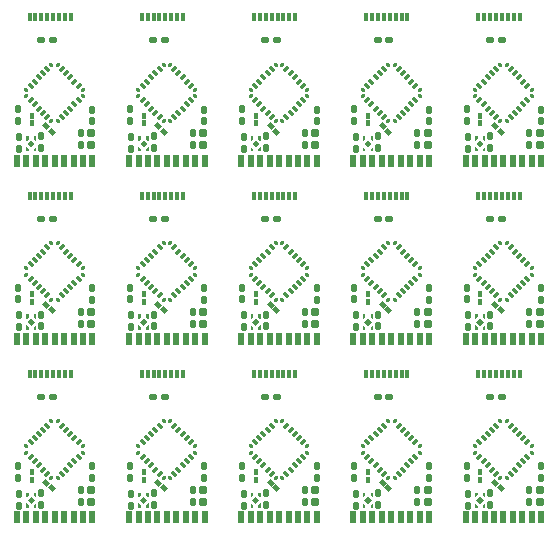
<source format=gtp>
G04*
G04 #@! TF.GenerationSoftware,Altium Limited,Altium Designer,21.5.1 (32)*
G04*
G04 Layer_Color=8421504*
%FSLAX25Y25*%
%MOIN*%
G70*
G04*
G04 #@! TF.SameCoordinates,56779449-03F1-48BB-9336-A885ABDA861C*
G04*
G04*
G04 #@! TF.FilePolarity,Positive*
G04*
G01*
G75*
%ADD16R,0.01654X0.01890*%
%ADD17R,0.01181X0.03150*%
G04:AMPARAMS|DCode=18|XSize=19.68mil|YSize=23.62mil|CornerRadius=1.97mil|HoleSize=0mil|Usage=FLASHONLY|Rotation=270.000|XOffset=0mil|YOffset=0mil|HoleType=Round|Shape=RoundedRectangle|*
%AMROUNDEDRECTD18*
21,1,0.01968,0.01968,0,0,270.0*
21,1,0.01575,0.02362,0,0,270.0*
1,1,0.00394,-0.00984,-0.00787*
1,1,0.00394,-0.00984,0.00787*
1,1,0.00394,0.00984,0.00787*
1,1,0.00394,0.00984,-0.00787*
%
%ADD18ROUNDEDRECTD18*%
G04:AMPARAMS|DCode=19|XSize=19.68mil|YSize=23.62mil|CornerRadius=1.97mil|HoleSize=0mil|Usage=FLASHONLY|Rotation=0.000|XOffset=0mil|YOffset=0mil|HoleType=Round|Shape=RoundedRectangle|*
%AMROUNDEDRECTD19*
21,1,0.01968,0.01968,0,0,0.0*
21,1,0.01575,0.02362,0,0,0.0*
1,1,0.00394,0.00787,-0.00984*
1,1,0.00394,-0.00787,-0.00984*
1,1,0.00394,-0.00787,0.00984*
1,1,0.00394,0.00787,0.00984*
%
%ADD19ROUNDEDRECTD19*%
G04:AMPARAMS|DCode=20|XSize=23.62mil|YSize=23.62mil|CornerRadius=2.36mil|HoleSize=0mil|Usage=FLASHONLY|Rotation=0.000|XOffset=0mil|YOffset=0mil|HoleType=Round|Shape=RoundedRectangle|*
%AMROUNDEDRECTD20*
21,1,0.02362,0.01890,0,0,0.0*
21,1,0.01890,0.02362,0,0,0.0*
1,1,0.00472,0.00945,-0.00945*
1,1,0.00472,-0.00945,-0.00945*
1,1,0.00472,-0.00945,0.00945*
1,1,0.00472,0.00945,0.00945*
%
%ADD20ROUNDEDRECTD20*%
%ADD21R,0.00787X0.00787*%
%ADD22R,0.00394X0.00394*%
G04:AMPARAMS|DCode=23|XSize=16.54mil|YSize=18.9mil|CornerRadius=0mil|HoleSize=0mil|Usage=FLASHONLY|Rotation=225.000|XOffset=0mil|YOffset=0mil|HoleType=Round|Shape=Rectangle|*
%AMROTATEDRECTD23*
4,1,4,-0.00084,0.01253,0.01253,-0.00084,0.00084,-0.01253,-0.01253,0.00084,-0.00084,0.01253,0.0*
%
%ADD23ROTATEDRECTD23*%

G04:AMPARAMS|DCode=24|XSize=11.81mil|YSize=21.65mil|CornerRadius=2.95mil|HoleSize=0mil|Usage=FLASHONLY|Rotation=135.000|XOffset=0mil|YOffset=0mil|HoleType=Round|Shape=RoundedRectangle|*
%AMROUNDEDRECTD24*
21,1,0.01181,0.01575,0,0,135.0*
21,1,0.00591,0.02165,0,0,135.0*
1,1,0.00591,0.00348,0.00766*
1,1,0.00591,0.00766,0.00348*
1,1,0.00591,-0.00348,-0.00766*
1,1,0.00591,-0.00766,-0.00348*
%
%ADD24ROUNDEDRECTD24*%
G04:AMPARAMS|DCode=25|XSize=11.81mil|YSize=19.68mil|CornerRadius=0mil|HoleSize=0mil|Usage=FLASHONLY|Rotation=135.000|XOffset=0mil|YOffset=0mil|HoleType=Round|Shape=Round|*
%AMOVALD25*
21,1,0.00787,0.01181,0.00000,0.00000,225.0*
1,1,0.01181,0.00278,0.00278*
1,1,0.01181,-0.00278,-0.00278*
%
%ADD25OVALD25*%

G04:AMPARAMS|DCode=26|XSize=11.81mil|YSize=19.68mil|CornerRadius=0mil|HoleSize=0mil|Usage=FLASHONLY|Rotation=45.000|XOffset=0mil|YOffset=0mil|HoleType=Round|Shape=Round|*
%AMOVALD26*
21,1,0.00787,0.01181,0.00000,0.00000,135.0*
1,1,0.01181,0.00278,-0.00278*
1,1,0.01181,-0.00278,0.00278*
%
%ADD26OVALD26*%

G04:AMPARAMS|DCode=27|XSize=11.81mil|YSize=21.65mil|CornerRadius=2.95mil|HoleSize=0mil|Usage=FLASHONLY|Rotation=45.000|XOffset=0mil|YOffset=0mil|HoleType=Round|Shape=RoundedRectangle|*
%AMROUNDEDRECTD27*
21,1,0.01181,0.01575,0,0,45.0*
21,1,0.00591,0.02165,0,0,45.0*
1,1,0.00591,0.00766,-0.00348*
1,1,0.00591,0.00348,-0.00766*
1,1,0.00591,-0.00766,0.00348*
1,1,0.00591,-0.00348,0.00766*
%
%ADD27ROUNDEDRECTD27*%
%ADD28R,0.02362X0.03937*%
G36*
X167146Y141260D02*
X167028D01*
X166319Y141969D01*
Y142835D01*
X167146D01*
Y141260D01*
D02*
G37*
G36*
X164587Y141969D02*
X163878Y141260D01*
X163760D01*
Y142835D01*
X164587D01*
Y141969D01*
D02*
G37*
G36*
X129744Y141260D02*
X129626D01*
X128917Y141969D01*
Y142835D01*
X129744D01*
Y141260D01*
D02*
G37*
G36*
X127185Y141969D02*
X126476Y141260D01*
X126358D01*
Y142835D01*
X127185D01*
Y141969D01*
D02*
G37*
G36*
X92343Y141260D02*
X92224D01*
X91516Y141969D01*
Y142835D01*
X92343D01*
Y141260D01*
D02*
G37*
G36*
X89784Y141969D02*
X89075Y141260D01*
X88957D01*
Y142835D01*
X89784D01*
Y141969D01*
D02*
G37*
G36*
X54941Y141260D02*
X54823D01*
X54114Y141969D01*
Y142835D01*
X54941D01*
Y141260D01*
D02*
G37*
G36*
X52382Y141969D02*
X51673Y141260D01*
X51555D01*
Y142835D01*
X52382D01*
Y141969D01*
D02*
G37*
G36*
X17539Y141260D02*
X17421D01*
X16713Y141969D01*
Y142835D01*
X17539D01*
Y141260D01*
D02*
G37*
G36*
X14980Y141969D02*
X14272Y141260D01*
X14154D01*
Y142835D01*
X14980D01*
Y141969D01*
D02*
G37*
G36*
X166706Y140276D02*
X165453Y139023D01*
X164200Y140276D01*
X165453Y141528D01*
X166706Y140276D01*
D02*
G37*
G36*
X129304D02*
X128051Y139023D01*
X126798Y140276D01*
X128051Y141528D01*
X129304Y140276D01*
D02*
G37*
G36*
X91902D02*
X90650Y139023D01*
X89397Y140276D01*
X90650Y141528D01*
X91902Y140276D01*
D02*
G37*
G36*
X54501D02*
X53248Y139023D01*
X51995Y140276D01*
X53248Y141528D01*
X54501Y140276D01*
D02*
G37*
G36*
X17099D02*
X15846Y139023D01*
X14594Y140276D01*
X15846Y141528D01*
X17099Y140276D01*
D02*
G37*
G36*
X167146Y137716D02*
X166319D01*
Y138583D01*
X167028Y139291D01*
X167146D01*
Y137716D01*
D02*
G37*
G36*
X164587Y138583D02*
Y137716D01*
X163760D01*
Y139291D01*
X163878D01*
X164587Y138583D01*
D02*
G37*
G36*
X129744Y137716D02*
X128917D01*
Y138583D01*
X129626Y139291D01*
X129744D01*
Y137716D01*
D02*
G37*
G36*
X127185Y138583D02*
Y137716D01*
X126358D01*
Y139291D01*
X126476D01*
X127185Y138583D01*
D02*
G37*
G36*
X92343Y137716D02*
X91516D01*
Y138583D01*
X92224Y139291D01*
X92343D01*
Y137716D01*
D02*
G37*
G36*
X89784Y138583D02*
Y137716D01*
X88957D01*
Y139291D01*
X89075D01*
X89784Y138583D01*
D02*
G37*
G36*
X54941Y137716D02*
X54114D01*
Y138583D01*
X54823Y139291D01*
X54941D01*
Y137716D01*
D02*
G37*
G36*
X52382Y138583D02*
Y137716D01*
X51555D01*
Y139291D01*
X51673D01*
X52382Y138583D01*
D02*
G37*
G36*
X17539Y137716D02*
X16713D01*
Y138583D01*
X17421Y139291D01*
X17539D01*
Y137716D01*
D02*
G37*
G36*
X14980Y138583D02*
Y137716D01*
X14154D01*
Y139291D01*
X14272D01*
X14980Y138583D01*
D02*
G37*
G36*
X167146Y81811D02*
X167028D01*
X166319Y82520D01*
Y83386D01*
X167146D01*
Y81811D01*
D02*
G37*
G36*
X164587Y82520D02*
X163878Y81811D01*
X163760D01*
Y83386D01*
X164587D01*
Y82520D01*
D02*
G37*
G36*
X129744Y81811D02*
X129626D01*
X128917Y82520D01*
Y83386D01*
X129744D01*
Y81811D01*
D02*
G37*
G36*
X127185Y82520D02*
X126476Y81811D01*
X126358D01*
Y83386D01*
X127185D01*
Y82520D01*
D02*
G37*
G36*
X92343Y81811D02*
X92224D01*
X91516Y82520D01*
Y83386D01*
X92343D01*
Y81811D01*
D02*
G37*
G36*
X89784Y82520D02*
X89075Y81811D01*
X88957D01*
Y83386D01*
X89784D01*
Y82520D01*
D02*
G37*
G36*
X54941Y81811D02*
X54823D01*
X54114Y82520D01*
Y83386D01*
X54941D01*
Y81811D01*
D02*
G37*
G36*
X52382Y82520D02*
X51673Y81811D01*
X51555D01*
Y83386D01*
X52382D01*
Y82520D01*
D02*
G37*
G36*
X17539Y81811D02*
X17421D01*
X16713Y82520D01*
Y83386D01*
X17539D01*
Y81811D01*
D02*
G37*
G36*
X14980Y82520D02*
X14272Y81811D01*
X14154D01*
Y83386D01*
X14980D01*
Y82520D01*
D02*
G37*
G36*
X166706Y80827D02*
X165453Y79574D01*
X164200Y80827D01*
X165453Y82079D01*
X166706Y80827D01*
D02*
G37*
G36*
X129304D02*
X128051Y79574D01*
X126798Y80827D01*
X128051Y82079D01*
X129304Y80827D01*
D02*
G37*
G36*
X91902D02*
X90650Y79574D01*
X89397Y80827D01*
X90650Y82079D01*
X91902Y80827D01*
D02*
G37*
G36*
X54501D02*
X53248Y79574D01*
X51995Y80827D01*
X53248Y82079D01*
X54501Y80827D01*
D02*
G37*
G36*
X17099D02*
X15846Y79574D01*
X14594Y80827D01*
X15846Y82079D01*
X17099Y80827D01*
D02*
G37*
G36*
X167146Y78268D02*
X166319D01*
Y79134D01*
X167028Y79843D01*
X167146D01*
Y78268D01*
D02*
G37*
G36*
X164587Y79134D02*
Y78268D01*
X163760D01*
Y79843D01*
X163878D01*
X164587Y79134D01*
D02*
G37*
G36*
X129744Y78268D02*
X128917D01*
Y79134D01*
X129626Y79843D01*
X129744D01*
Y78268D01*
D02*
G37*
G36*
X127185Y79134D02*
Y78268D01*
X126358D01*
Y79843D01*
X126476D01*
X127185Y79134D01*
D02*
G37*
G36*
X92343Y78268D02*
X91516D01*
Y79134D01*
X92224Y79843D01*
X92343D01*
Y78268D01*
D02*
G37*
G36*
X89784Y79134D02*
Y78268D01*
X88957D01*
Y79843D01*
X89075D01*
X89784Y79134D01*
D02*
G37*
G36*
X54941Y78268D02*
X54114D01*
Y79134D01*
X54823Y79843D01*
X54941D01*
Y78268D01*
D02*
G37*
G36*
X52382Y79134D02*
Y78268D01*
X51555D01*
Y79843D01*
X51673D01*
X52382Y79134D01*
D02*
G37*
G36*
X17539Y78268D02*
X16713D01*
Y79134D01*
X17421Y79843D01*
X17539D01*
Y78268D01*
D02*
G37*
G36*
X14980Y79134D02*
Y78268D01*
X14154D01*
Y79843D01*
X14272D01*
X14980Y79134D01*
D02*
G37*
G36*
X167146Y22362D02*
X167028D01*
X166319Y23071D01*
Y23937D01*
X167146D01*
Y22362D01*
D02*
G37*
G36*
X164587Y23071D02*
X163878Y22362D01*
X163760D01*
Y23937D01*
X164587D01*
Y23071D01*
D02*
G37*
G36*
X129744Y22362D02*
X129626D01*
X128917Y23071D01*
Y23937D01*
X129744D01*
Y22362D01*
D02*
G37*
G36*
X127185Y23071D02*
X126476Y22362D01*
X126358D01*
Y23937D01*
X127185D01*
Y23071D01*
D02*
G37*
G36*
X92343Y22362D02*
X92224D01*
X91516Y23071D01*
Y23937D01*
X92343D01*
Y22362D01*
D02*
G37*
G36*
X89784Y23071D02*
X89075Y22362D01*
X88957D01*
Y23937D01*
X89784D01*
Y23071D01*
D02*
G37*
G36*
X54941Y22362D02*
X54823D01*
X54114Y23071D01*
Y23937D01*
X54941D01*
Y22362D01*
D02*
G37*
G36*
X52382Y23071D02*
X51673Y22362D01*
X51555D01*
Y23937D01*
X52382D01*
Y23071D01*
D02*
G37*
G36*
X17539Y22362D02*
X17421D01*
X16713Y23071D01*
Y23937D01*
X17539D01*
Y22362D01*
D02*
G37*
G36*
X14980Y23071D02*
X14272Y22362D01*
X14154D01*
Y23937D01*
X14980D01*
Y23071D01*
D02*
G37*
G36*
X166706Y21378D02*
X165453Y20125D01*
X164200Y21378D01*
X165453Y22631D01*
X166706Y21378D01*
D02*
G37*
G36*
X129304D02*
X128051Y20125D01*
X126798Y21378D01*
X128051Y22631D01*
X129304Y21378D01*
D02*
G37*
G36*
X91902D02*
X90650Y20125D01*
X89397Y21378D01*
X90650Y22631D01*
X91902Y21378D01*
D02*
G37*
G36*
X54501D02*
X53248Y20125D01*
X51995Y21378D01*
X53248Y22631D01*
X54501Y21378D01*
D02*
G37*
G36*
X17099D02*
X15846Y20125D01*
X14594Y21378D01*
X15846Y22631D01*
X17099Y21378D01*
D02*
G37*
G36*
X167146Y18819D02*
X166319D01*
Y19685D01*
X167028Y20394D01*
X167146D01*
Y18819D01*
D02*
G37*
G36*
X164587Y19685D02*
Y18819D01*
X163760D01*
Y20394D01*
X163878D01*
X164587Y19685D01*
D02*
G37*
G36*
X129744Y18819D02*
X128917D01*
Y19685D01*
X129626Y20394D01*
X129744D01*
Y18819D01*
D02*
G37*
G36*
X127185Y19685D02*
Y18819D01*
X126358D01*
Y20394D01*
X126476D01*
X127185Y19685D01*
D02*
G37*
G36*
X92343Y18819D02*
X91516D01*
Y19685D01*
X92224Y20394D01*
X92343D01*
Y18819D01*
D02*
G37*
G36*
X89784Y19685D02*
Y18819D01*
X88957D01*
Y20394D01*
X89075D01*
X89784Y19685D01*
D02*
G37*
G36*
X54941Y18819D02*
X54114D01*
Y19685D01*
X54823Y20394D01*
X54941D01*
Y18819D01*
D02*
G37*
G36*
X52382Y19685D02*
Y18819D01*
X51555D01*
Y20394D01*
X51673D01*
X52382Y19685D01*
D02*
G37*
G36*
X17539Y18819D02*
X16713D01*
Y19685D01*
X17421Y20394D01*
X17539D01*
Y18819D01*
D02*
G37*
G36*
X14980Y19685D02*
Y18819D01*
X14154D01*
Y20394D01*
X14272D01*
X14980Y19685D01*
D02*
G37*
D16*
X15945Y28130D02*
D03*
Y30728D02*
D03*
X53347Y28130D02*
D03*
Y30728D02*
D03*
X90748Y28130D02*
D03*
Y30728D02*
D03*
X128150Y28130D02*
D03*
Y30728D02*
D03*
X165551Y28130D02*
D03*
Y30728D02*
D03*
X15945Y87579D02*
D03*
Y90177D02*
D03*
X53347Y87579D02*
D03*
Y90177D02*
D03*
X90748Y87579D02*
D03*
Y90177D02*
D03*
X128150Y87579D02*
D03*
Y90177D02*
D03*
X165551Y87579D02*
D03*
Y90177D02*
D03*
X15945Y147028D02*
D03*
Y149626D02*
D03*
X53347Y147028D02*
D03*
Y149626D02*
D03*
X90748Y147028D02*
D03*
Y149626D02*
D03*
X128150Y147028D02*
D03*
Y149626D02*
D03*
X165551Y147028D02*
D03*
Y149626D02*
D03*
D17*
X15256Y63484D02*
D03*
X17224D02*
D03*
X19193D02*
D03*
X21161D02*
D03*
X23130D02*
D03*
X25098D02*
D03*
X27067D02*
D03*
X29035D02*
D03*
X52657D02*
D03*
X54626D02*
D03*
X56594D02*
D03*
X58563D02*
D03*
X60531D02*
D03*
X62500D02*
D03*
X64468D02*
D03*
X66437D02*
D03*
X90059D02*
D03*
X92027D02*
D03*
X93996D02*
D03*
X95964D02*
D03*
X97933D02*
D03*
X99901D02*
D03*
X101870D02*
D03*
X103839D02*
D03*
X127461D02*
D03*
X129429D02*
D03*
X131398D02*
D03*
X133366D02*
D03*
X135335D02*
D03*
X137303D02*
D03*
X139272D02*
D03*
X141240D02*
D03*
X164862D02*
D03*
X166831D02*
D03*
X168799D02*
D03*
X170768D02*
D03*
X172736D02*
D03*
X174705D02*
D03*
X176673D02*
D03*
X178642D02*
D03*
X15256Y122933D02*
D03*
X17224D02*
D03*
X19193D02*
D03*
X21161D02*
D03*
X23130D02*
D03*
X25098D02*
D03*
X27067D02*
D03*
X29035D02*
D03*
X52657D02*
D03*
X54626D02*
D03*
X56594D02*
D03*
X58563D02*
D03*
X60531D02*
D03*
X62500D02*
D03*
X64468D02*
D03*
X66437D02*
D03*
X90059D02*
D03*
X92027D02*
D03*
X93996D02*
D03*
X95964D02*
D03*
X97933D02*
D03*
X99901D02*
D03*
X101870D02*
D03*
X103839D02*
D03*
X127461D02*
D03*
X129429D02*
D03*
X131398D02*
D03*
X133366D02*
D03*
X135335D02*
D03*
X137303D02*
D03*
X139272D02*
D03*
X141240D02*
D03*
X164862D02*
D03*
X166831D02*
D03*
X168799D02*
D03*
X170768D02*
D03*
X172736D02*
D03*
X174705D02*
D03*
X176673D02*
D03*
X178642D02*
D03*
X15256Y182382D02*
D03*
X17224D02*
D03*
X19193D02*
D03*
X21161D02*
D03*
X23130D02*
D03*
X25098D02*
D03*
X27067D02*
D03*
X29035D02*
D03*
X52657D02*
D03*
X54626D02*
D03*
X56594D02*
D03*
X58563D02*
D03*
X60531D02*
D03*
X62500D02*
D03*
X64468D02*
D03*
X66437D02*
D03*
X90059D02*
D03*
X92027D02*
D03*
X93996D02*
D03*
X95964D02*
D03*
X97933D02*
D03*
X99901D02*
D03*
X101870D02*
D03*
X103839D02*
D03*
X127461D02*
D03*
X129429D02*
D03*
X131398D02*
D03*
X133366D02*
D03*
X135335D02*
D03*
X137303D02*
D03*
X139272D02*
D03*
X141240D02*
D03*
X164862D02*
D03*
X166831D02*
D03*
X168799D02*
D03*
X170768D02*
D03*
X172736D02*
D03*
X174705D02*
D03*
X176673D02*
D03*
X178642D02*
D03*
D18*
X19094Y55807D02*
D03*
X23031D02*
D03*
X56496D02*
D03*
X60433D02*
D03*
X93898D02*
D03*
X97835D02*
D03*
X131299D02*
D03*
X135236D02*
D03*
X168701D02*
D03*
X172638D02*
D03*
X19094Y115256D02*
D03*
X23031D02*
D03*
X56496D02*
D03*
X60433D02*
D03*
X93898D02*
D03*
X97835D02*
D03*
X131299D02*
D03*
X135236D02*
D03*
X168701D02*
D03*
X172638D02*
D03*
X19094Y174705D02*
D03*
X23031D02*
D03*
X56496D02*
D03*
X60433D02*
D03*
X93898D02*
D03*
X97835D02*
D03*
X131299D02*
D03*
X135236D02*
D03*
X168701D02*
D03*
X172638D02*
D03*
D19*
X32283Y20866D02*
D03*
Y24803D02*
D03*
X19212Y23858D02*
D03*
Y19921D02*
D03*
X11319Y32874D02*
D03*
Y28937D02*
D03*
X36122Y28839D02*
D03*
Y32776D02*
D03*
X11811Y19685D02*
D03*
Y23622D02*
D03*
X69685Y20866D02*
D03*
Y24803D02*
D03*
X56614Y23858D02*
D03*
Y19921D02*
D03*
X48720Y32874D02*
D03*
Y28937D02*
D03*
X73524Y28839D02*
D03*
Y32776D02*
D03*
X49213Y19685D02*
D03*
Y23622D02*
D03*
X107087Y20866D02*
D03*
Y24803D02*
D03*
X94016Y23858D02*
D03*
Y19921D02*
D03*
X86122Y32874D02*
D03*
Y28937D02*
D03*
X110925Y28839D02*
D03*
Y32776D02*
D03*
X86614Y19685D02*
D03*
Y23622D02*
D03*
X144488Y20866D02*
D03*
Y24803D02*
D03*
X131417Y23858D02*
D03*
Y19921D02*
D03*
X123524Y32874D02*
D03*
Y28937D02*
D03*
X148327Y28839D02*
D03*
Y32776D02*
D03*
X124016Y19685D02*
D03*
Y23622D02*
D03*
X181890Y20866D02*
D03*
Y24803D02*
D03*
X168819Y23858D02*
D03*
Y19921D02*
D03*
X160925Y32874D02*
D03*
Y28937D02*
D03*
X185728Y28839D02*
D03*
Y32776D02*
D03*
X161417Y19685D02*
D03*
Y23622D02*
D03*
X32283Y80315D02*
D03*
Y84252D02*
D03*
X19212Y83307D02*
D03*
Y79370D02*
D03*
X11319Y92323D02*
D03*
Y88386D02*
D03*
X36122Y88287D02*
D03*
Y92224D02*
D03*
X11811Y79134D02*
D03*
Y83071D02*
D03*
X69685Y80315D02*
D03*
Y84252D02*
D03*
X56614Y83307D02*
D03*
Y79370D02*
D03*
X48720Y92323D02*
D03*
Y88386D02*
D03*
X73524Y88287D02*
D03*
Y92224D02*
D03*
X49213Y79134D02*
D03*
Y83071D02*
D03*
X107087Y80315D02*
D03*
Y84252D02*
D03*
X94016Y83307D02*
D03*
Y79370D02*
D03*
X86122Y92323D02*
D03*
Y88386D02*
D03*
X110925Y88287D02*
D03*
Y92224D02*
D03*
X86614Y79134D02*
D03*
Y83071D02*
D03*
X144488Y80315D02*
D03*
Y84252D02*
D03*
X131417Y83307D02*
D03*
Y79370D02*
D03*
X123524Y92323D02*
D03*
Y88386D02*
D03*
X148327Y88287D02*
D03*
Y92224D02*
D03*
X124016Y79134D02*
D03*
Y83071D02*
D03*
X181890Y80315D02*
D03*
Y84252D02*
D03*
X168819Y83307D02*
D03*
Y79370D02*
D03*
X160925Y92323D02*
D03*
Y88386D02*
D03*
X185728Y88287D02*
D03*
Y92224D02*
D03*
X161417Y79134D02*
D03*
Y83071D02*
D03*
X32283Y139764D02*
D03*
Y143701D02*
D03*
X19212Y142755D02*
D03*
Y138819D02*
D03*
X11319Y151772D02*
D03*
Y147835D02*
D03*
X36122Y147736D02*
D03*
Y151673D02*
D03*
X11811Y138583D02*
D03*
Y142520D02*
D03*
X69685Y139764D02*
D03*
Y143701D02*
D03*
X56614Y142755D02*
D03*
Y138819D02*
D03*
X48720Y151772D02*
D03*
Y147835D02*
D03*
X73524Y147736D02*
D03*
Y151673D02*
D03*
X49213Y138583D02*
D03*
Y142520D02*
D03*
X107087Y139764D02*
D03*
Y143701D02*
D03*
X94016Y142755D02*
D03*
Y138819D02*
D03*
X86122Y151772D02*
D03*
Y147835D02*
D03*
X110925Y147736D02*
D03*
Y151673D02*
D03*
X86614Y138583D02*
D03*
Y142520D02*
D03*
X144488Y139764D02*
D03*
Y143701D02*
D03*
X131417Y142755D02*
D03*
Y138819D02*
D03*
X123524Y151772D02*
D03*
Y147835D02*
D03*
X148327Y147736D02*
D03*
Y151673D02*
D03*
X124016Y138583D02*
D03*
Y142520D02*
D03*
X181890Y139764D02*
D03*
Y143701D02*
D03*
X168819Y142755D02*
D03*
Y138819D02*
D03*
X160925Y151772D02*
D03*
Y147835D02*
D03*
X185728Y147736D02*
D03*
Y151673D02*
D03*
X161417Y138583D02*
D03*
Y142520D02*
D03*
D20*
X35728Y24803D02*
D03*
Y20866D02*
D03*
X73130Y24803D02*
D03*
Y20866D02*
D03*
X110531Y24803D02*
D03*
Y20866D02*
D03*
X147933Y24803D02*
D03*
Y20866D02*
D03*
X185335Y24803D02*
D03*
Y20866D02*
D03*
X35728Y84252D02*
D03*
Y80315D02*
D03*
X73130Y84252D02*
D03*
Y80315D02*
D03*
X110531Y84252D02*
D03*
Y80315D02*
D03*
X147933Y84252D02*
D03*
Y80315D02*
D03*
X185335Y84252D02*
D03*
Y80315D02*
D03*
X35728Y143701D02*
D03*
Y139764D02*
D03*
X73130Y143701D02*
D03*
Y139764D02*
D03*
X110531Y143701D02*
D03*
Y139764D02*
D03*
X147933Y143701D02*
D03*
Y139764D02*
D03*
X185335Y143701D02*
D03*
Y139764D02*
D03*
D21*
X15846Y21378D02*
D03*
X53248D02*
D03*
X90650D02*
D03*
X128051D02*
D03*
X165453D02*
D03*
X15846Y80827D02*
D03*
X53248D02*
D03*
X90650D02*
D03*
X128051D02*
D03*
X165453D02*
D03*
X15846Y140276D02*
D03*
X53248D02*
D03*
X90650D02*
D03*
X128051D02*
D03*
X165453D02*
D03*
D22*
X17126Y19685D02*
D03*
X14567D02*
D03*
Y23071D02*
D03*
X17126D02*
D03*
X54528Y19685D02*
D03*
X51968D02*
D03*
Y23071D02*
D03*
X54528D02*
D03*
X91929Y19685D02*
D03*
X89370D02*
D03*
Y23071D02*
D03*
X91929D02*
D03*
X129331Y19685D02*
D03*
X126772D02*
D03*
Y23071D02*
D03*
X129331D02*
D03*
X166732Y19685D02*
D03*
X164173D02*
D03*
Y23071D02*
D03*
X166732D02*
D03*
X17126Y79134D02*
D03*
X14567D02*
D03*
Y82520D02*
D03*
X17126D02*
D03*
X54528Y79134D02*
D03*
X51968D02*
D03*
Y82520D02*
D03*
X54528D02*
D03*
X91929Y79134D02*
D03*
X89370D02*
D03*
Y82520D02*
D03*
X91929D02*
D03*
X129331Y79134D02*
D03*
X126772D02*
D03*
Y82520D02*
D03*
X129331D02*
D03*
X166732Y79134D02*
D03*
X164173D02*
D03*
Y82520D02*
D03*
X166732D02*
D03*
X17126Y138583D02*
D03*
X14567D02*
D03*
Y141969D02*
D03*
X17126D02*
D03*
X54528Y138583D02*
D03*
X51968D02*
D03*
Y141969D02*
D03*
X54528D02*
D03*
X91929Y138583D02*
D03*
X89370D02*
D03*
Y141969D02*
D03*
X91929D02*
D03*
X129331Y138583D02*
D03*
X126772D02*
D03*
Y141969D02*
D03*
X129331D02*
D03*
X166732Y138583D02*
D03*
X164173D02*
D03*
Y141969D02*
D03*
X166732D02*
D03*
D23*
X20833Y27198D02*
D03*
X22671Y25361D02*
D03*
X58235Y27198D02*
D03*
X60072Y25361D02*
D03*
X95636Y27198D02*
D03*
X97474Y25361D02*
D03*
X133038Y27198D02*
D03*
X134875Y25361D02*
D03*
X170440Y27198D02*
D03*
X172277Y25361D02*
D03*
X20833Y86647D02*
D03*
X22671Y84810D02*
D03*
X58235Y86647D02*
D03*
X60072Y84810D02*
D03*
X95636Y86647D02*
D03*
X97474Y84810D02*
D03*
X133038Y86647D02*
D03*
X134875Y84810D02*
D03*
X170440Y86647D02*
D03*
X172277Y84810D02*
D03*
X20833Y146096D02*
D03*
X22671Y144258D02*
D03*
X58235Y146096D02*
D03*
X60072Y144258D02*
D03*
X95636Y146096D02*
D03*
X97474Y144258D02*
D03*
X133038Y146096D02*
D03*
X134875Y144258D02*
D03*
X170440Y146096D02*
D03*
X172277Y144258D02*
D03*
D24*
X30234Y42115D02*
D03*
X31626Y40723D02*
D03*
X27450Y44899D02*
D03*
X28842Y43507D02*
D03*
X26058Y46291D02*
D03*
X21186Y30284D02*
D03*
X19794Y31676D02*
D03*
X15618Y35851D02*
D03*
X17010Y34460D02*
D03*
X18402Y33068D02*
D03*
X67635Y42115D02*
D03*
X69027Y40723D02*
D03*
X64851Y44899D02*
D03*
X66243Y43507D02*
D03*
X63459Y46291D02*
D03*
X58588Y30284D02*
D03*
X57196Y31676D02*
D03*
X53020Y35851D02*
D03*
X54412Y34460D02*
D03*
X55804Y33068D02*
D03*
X105037Y42115D02*
D03*
X106429Y40723D02*
D03*
X102253Y44899D02*
D03*
X103645Y43507D02*
D03*
X100861Y46291D02*
D03*
X95989Y30284D02*
D03*
X94597Y31676D02*
D03*
X90421Y35851D02*
D03*
X91813Y34460D02*
D03*
X93205Y33068D02*
D03*
X142438Y42115D02*
D03*
X143831Y40723D02*
D03*
X139655Y44899D02*
D03*
X141047Y43507D02*
D03*
X138263Y46291D02*
D03*
X133391Y30284D02*
D03*
X131999Y31676D02*
D03*
X127823Y35851D02*
D03*
X129215Y34460D02*
D03*
X130607Y33068D02*
D03*
X179840Y42115D02*
D03*
X181232Y40723D02*
D03*
X177056Y44899D02*
D03*
X178448Y43507D02*
D03*
X175664Y46291D02*
D03*
X170792Y30284D02*
D03*
X169401Y31676D02*
D03*
X165225Y35851D02*
D03*
X166617Y34460D02*
D03*
X168009Y33068D02*
D03*
X30234Y101564D02*
D03*
X31626Y100172D02*
D03*
X27450Y104348D02*
D03*
X28842Y102956D02*
D03*
X26058Y105740D02*
D03*
X21186Y89732D02*
D03*
X19794Y91124D02*
D03*
X15618Y95300D02*
D03*
X17010Y93908D02*
D03*
X18402Y92516D02*
D03*
X67635Y101564D02*
D03*
X69027Y100172D02*
D03*
X64851Y104348D02*
D03*
X66243Y102956D02*
D03*
X63459Y105740D02*
D03*
X58588Y89732D02*
D03*
X57196Y91124D02*
D03*
X53020Y95300D02*
D03*
X54412Y93908D02*
D03*
X55804Y92516D02*
D03*
X105037Y101564D02*
D03*
X106429Y100172D02*
D03*
X102253Y104348D02*
D03*
X103645Y102956D02*
D03*
X100861Y105740D02*
D03*
X95989Y89732D02*
D03*
X94597Y91124D02*
D03*
X90421Y95300D02*
D03*
X91813Y93908D02*
D03*
X93205Y92516D02*
D03*
X142438Y101564D02*
D03*
X143831Y100172D02*
D03*
X139655Y104348D02*
D03*
X141047Y102956D02*
D03*
X138263Y105740D02*
D03*
X133391Y89732D02*
D03*
X131999Y91124D02*
D03*
X127823Y95300D02*
D03*
X129215Y93908D02*
D03*
X130607Y92516D02*
D03*
X179840Y101564D02*
D03*
X181232Y100172D02*
D03*
X177056Y104348D02*
D03*
X178448Y102956D02*
D03*
X175664Y105740D02*
D03*
X170792Y89732D02*
D03*
X169401Y91124D02*
D03*
X165225Y95300D02*
D03*
X166617Y93908D02*
D03*
X168009Y92516D02*
D03*
X30234Y161013D02*
D03*
X31626Y159621D02*
D03*
X27450Y163797D02*
D03*
X28842Y162405D02*
D03*
X26058Y165189D02*
D03*
X21186Y149181D02*
D03*
X19794Y150573D02*
D03*
X15618Y154749D02*
D03*
X17010Y153357D02*
D03*
X18402Y151965D02*
D03*
X67635Y161013D02*
D03*
X69027Y159621D02*
D03*
X64851Y163797D02*
D03*
X66243Y162405D02*
D03*
X63459Y165189D02*
D03*
X58588Y149181D02*
D03*
X57196Y150573D02*
D03*
X53020Y154749D02*
D03*
X54412Y153357D02*
D03*
X55804Y151965D02*
D03*
X105037Y161013D02*
D03*
X106429Y159621D02*
D03*
X102253Y163797D02*
D03*
X103645Y162405D02*
D03*
X100861Y165189D02*
D03*
X95989Y149181D02*
D03*
X94597Y150573D02*
D03*
X90421Y154749D02*
D03*
X91813Y153357D02*
D03*
X93205Y151965D02*
D03*
X142438Y161013D02*
D03*
X143831Y159621D02*
D03*
X139655Y163797D02*
D03*
X141047Y162405D02*
D03*
X138263Y165189D02*
D03*
X133391Y149181D02*
D03*
X131999Y150573D02*
D03*
X127823Y154749D02*
D03*
X129215Y153357D02*
D03*
X130607Y151965D02*
D03*
X179840Y161013D02*
D03*
X181232Y159621D02*
D03*
X177056Y163797D02*
D03*
X178448Y162405D02*
D03*
X175664Y165189D02*
D03*
X170792Y149181D02*
D03*
X169401Y150573D02*
D03*
X165225Y154749D02*
D03*
X166617Y153357D02*
D03*
X168009Y151965D02*
D03*
D25*
X33087Y39401D02*
D03*
X24736Y47753D02*
D03*
X22509Y28822D02*
D03*
X14157Y37174D02*
D03*
X70489Y39401D02*
D03*
X62137Y47753D02*
D03*
X59910Y28822D02*
D03*
X51558Y37174D02*
D03*
X107890Y39401D02*
D03*
X99539Y47753D02*
D03*
X97312Y28822D02*
D03*
X88960Y37174D02*
D03*
X145292Y39401D02*
D03*
X136940Y47753D02*
D03*
X134713Y28822D02*
D03*
X126362Y37174D02*
D03*
X182694Y39401D02*
D03*
X174342Y47753D02*
D03*
X172115Y28822D02*
D03*
X163763Y37174D02*
D03*
X33087Y98850D02*
D03*
X24736Y107201D02*
D03*
X22509Y88271D02*
D03*
X14157Y96623D02*
D03*
X70489Y98850D02*
D03*
X62137Y107201D02*
D03*
X59910Y88271D02*
D03*
X51558Y96623D02*
D03*
X107890Y98850D02*
D03*
X99539Y107201D02*
D03*
X97312Y88271D02*
D03*
X88960Y96623D02*
D03*
X145292Y98850D02*
D03*
X136940Y107201D02*
D03*
X134713Y88271D02*
D03*
X126362Y96623D02*
D03*
X182694Y98850D02*
D03*
X174342Y107201D02*
D03*
X172115Y88271D02*
D03*
X163763Y96623D02*
D03*
X33087Y158299D02*
D03*
X24736Y166650D02*
D03*
X22509Y147720D02*
D03*
X14157Y156071D02*
D03*
X70489Y158299D02*
D03*
X62137Y166650D02*
D03*
X59910Y147720D02*
D03*
X51558Y156071D02*
D03*
X107890Y158299D02*
D03*
X99539Y166650D02*
D03*
X97312Y147720D02*
D03*
X88960Y156071D02*
D03*
X145292Y158299D02*
D03*
X136940Y166650D02*
D03*
X134713Y147720D02*
D03*
X126362Y156071D02*
D03*
X182694Y158299D02*
D03*
X174342Y166650D02*
D03*
X172115Y147720D02*
D03*
X163763Y156071D02*
D03*
D26*
X33087Y37174D02*
D03*
X24736Y28822D02*
D03*
X22509Y47753D02*
D03*
X14157Y39401D02*
D03*
X70489Y37174D02*
D03*
X62137Y28822D02*
D03*
X59910Y47753D02*
D03*
X51558Y39401D02*
D03*
X107890Y37174D02*
D03*
X99539Y28822D02*
D03*
X97312Y47753D02*
D03*
X88960Y39401D02*
D03*
X145292Y37174D02*
D03*
X136940Y28822D02*
D03*
X134713Y47753D02*
D03*
X126362Y39401D02*
D03*
X182694Y37174D02*
D03*
X174342Y28822D02*
D03*
X172115Y47753D02*
D03*
X163763Y39401D02*
D03*
X33087Y96623D02*
D03*
X24736Y88271D02*
D03*
X22509Y107201D02*
D03*
X14157Y98850D02*
D03*
X70489Y96623D02*
D03*
X62137Y88271D02*
D03*
X59910Y107201D02*
D03*
X51558Y98850D02*
D03*
X107890Y96623D02*
D03*
X99539Y88271D02*
D03*
X97312Y107201D02*
D03*
X88960Y98850D02*
D03*
X145292Y96623D02*
D03*
X136940Y88271D02*
D03*
X134713Y107201D02*
D03*
X126362Y98850D02*
D03*
X182694Y96623D02*
D03*
X174342Y88271D02*
D03*
X172115Y107201D02*
D03*
X163763Y98850D02*
D03*
X33087Y156071D02*
D03*
X24736Y147720D02*
D03*
X22509Y166650D02*
D03*
X14157Y158299D02*
D03*
X70489Y156071D02*
D03*
X62137Y147720D02*
D03*
X59910Y166650D02*
D03*
X51558Y158299D02*
D03*
X107890Y156071D02*
D03*
X99539Y147720D02*
D03*
X97312Y166650D02*
D03*
X88960Y158299D02*
D03*
X145292Y156071D02*
D03*
X136940Y147720D02*
D03*
X134713Y166650D02*
D03*
X126362Y158299D02*
D03*
X182694Y156071D02*
D03*
X174342Y147720D02*
D03*
X172115Y166650D02*
D03*
X163763Y158299D02*
D03*
D27*
X31626Y35851D02*
D03*
X30234Y34460D02*
D03*
X28842Y33068D02*
D03*
X27450Y31676D02*
D03*
X26058Y30284D02*
D03*
X21186Y46291D02*
D03*
X19794Y44899D02*
D03*
X18402Y43507D02*
D03*
X17010Y42115D02*
D03*
X15618Y40723D02*
D03*
X69027Y35851D02*
D03*
X67635Y34460D02*
D03*
X66243Y33068D02*
D03*
X64851Y31676D02*
D03*
X63459Y30284D02*
D03*
X58588Y46291D02*
D03*
X57196Y44899D02*
D03*
X55804Y43507D02*
D03*
X54412Y42115D02*
D03*
X53020Y40723D02*
D03*
X106429Y35851D02*
D03*
X105037Y34460D02*
D03*
X103645Y33068D02*
D03*
X102253Y31676D02*
D03*
X100861Y30284D02*
D03*
X95989Y46291D02*
D03*
X94597Y44899D02*
D03*
X93205Y43507D02*
D03*
X91813Y42115D02*
D03*
X90421Y40723D02*
D03*
X143831Y35851D02*
D03*
X142438Y34460D02*
D03*
X141047Y33068D02*
D03*
X139655Y31676D02*
D03*
X138263Y30284D02*
D03*
X133391Y46291D02*
D03*
X131999Y44899D02*
D03*
X130607Y43507D02*
D03*
X129215Y42115D02*
D03*
X127823Y40723D02*
D03*
X181232Y35851D02*
D03*
X179840Y34460D02*
D03*
X178448Y33068D02*
D03*
X177056Y31676D02*
D03*
X175664Y30284D02*
D03*
X170792Y46291D02*
D03*
X169401Y44899D02*
D03*
X168009Y43507D02*
D03*
X166617Y42115D02*
D03*
X165225Y40723D02*
D03*
X31626Y95300D02*
D03*
X30234Y93908D02*
D03*
X28842Y92516D02*
D03*
X27450Y91124D02*
D03*
X26058Y89732D02*
D03*
X21186Y105740D02*
D03*
X19794Y104348D02*
D03*
X18402Y102956D02*
D03*
X17010Y101564D02*
D03*
X15618Y100172D02*
D03*
X69027Y95300D02*
D03*
X67635Y93908D02*
D03*
X66243Y92516D02*
D03*
X64851Y91124D02*
D03*
X63459Y89732D02*
D03*
X58588Y105740D02*
D03*
X57196Y104348D02*
D03*
X55804Y102956D02*
D03*
X54412Y101564D02*
D03*
X53020Y100172D02*
D03*
X106429Y95300D02*
D03*
X105037Y93908D02*
D03*
X103645Y92516D02*
D03*
X102253Y91124D02*
D03*
X100861Y89732D02*
D03*
X95989Y105740D02*
D03*
X94597Y104348D02*
D03*
X93205Y102956D02*
D03*
X91813Y101564D02*
D03*
X90421Y100172D02*
D03*
X143831Y95300D02*
D03*
X142438Y93908D02*
D03*
X141047Y92516D02*
D03*
X139655Y91124D02*
D03*
X138263Y89732D02*
D03*
X133391Y105740D02*
D03*
X131999Y104348D02*
D03*
X130607Y102956D02*
D03*
X129215Y101564D02*
D03*
X127823Y100172D02*
D03*
X181232Y95300D02*
D03*
X179840Y93908D02*
D03*
X178448Y92516D02*
D03*
X177056Y91124D02*
D03*
X175664Y89732D02*
D03*
X170792Y105740D02*
D03*
X169401Y104348D02*
D03*
X168009Y102956D02*
D03*
X166617Y101564D02*
D03*
X165225Y100172D02*
D03*
X31626Y154749D02*
D03*
X30234Y153357D02*
D03*
X28842Y151965D02*
D03*
X27450Y150573D02*
D03*
X26058Y149181D02*
D03*
X21186Y165189D02*
D03*
X19794Y163797D02*
D03*
X18402Y162405D02*
D03*
X17010Y161013D02*
D03*
X15618Y159621D02*
D03*
X69027Y154749D02*
D03*
X67635Y153357D02*
D03*
X66243Y151965D02*
D03*
X64851Y150573D02*
D03*
X63459Y149181D02*
D03*
X58588Y165189D02*
D03*
X57196Y163797D02*
D03*
X55804Y162405D02*
D03*
X54412Y161013D02*
D03*
X53020Y159621D02*
D03*
X106429Y154749D02*
D03*
X105037Y153357D02*
D03*
X103645Y151965D02*
D03*
X102253Y150573D02*
D03*
X100861Y149181D02*
D03*
X95989Y165189D02*
D03*
X94597Y163797D02*
D03*
X93205Y162405D02*
D03*
X91813Y161013D02*
D03*
X90421Y159621D02*
D03*
X143831Y154749D02*
D03*
X142438Y153357D02*
D03*
X141047Y151965D02*
D03*
X139655Y150573D02*
D03*
X138263Y149181D02*
D03*
X133391Y165189D02*
D03*
X131999Y163797D02*
D03*
X130607Y162405D02*
D03*
X129215Y161013D02*
D03*
X127823Y159621D02*
D03*
X181232Y154749D02*
D03*
X179840Y153357D02*
D03*
X178448Y151965D02*
D03*
X177056Y150573D02*
D03*
X175664Y149181D02*
D03*
X170792Y165189D02*
D03*
X169401Y163797D02*
D03*
X168009Y162405D02*
D03*
X166617Y161013D02*
D03*
X165225Y159621D02*
D03*
D28*
X36220Y15748D02*
D03*
X14173D02*
D03*
X23622D02*
D03*
X33071D02*
D03*
X17323D02*
D03*
X29921D02*
D03*
X26772D02*
D03*
X20472D02*
D03*
X11024D02*
D03*
X73622D02*
D03*
X51575D02*
D03*
X61024D02*
D03*
X70473D02*
D03*
X54724D02*
D03*
X67323D02*
D03*
X64173D02*
D03*
X57874D02*
D03*
X48425D02*
D03*
X111024D02*
D03*
X88976D02*
D03*
X98425D02*
D03*
X107874D02*
D03*
X92126D02*
D03*
X104724D02*
D03*
X101575D02*
D03*
X95276D02*
D03*
X85827D02*
D03*
X148425D02*
D03*
X126378D02*
D03*
X135827D02*
D03*
X145276D02*
D03*
X129528D02*
D03*
X142126D02*
D03*
X138976D02*
D03*
X132677D02*
D03*
X123228D02*
D03*
X185827D02*
D03*
X163779D02*
D03*
X173228D02*
D03*
X182677D02*
D03*
X166929D02*
D03*
X179528D02*
D03*
X176378D02*
D03*
X170079D02*
D03*
X160630D02*
D03*
X36220Y75197D02*
D03*
X14173D02*
D03*
X23622D02*
D03*
X33071D02*
D03*
X17323D02*
D03*
X29921D02*
D03*
X26772D02*
D03*
X20472D02*
D03*
X11024D02*
D03*
X73622D02*
D03*
X51575D02*
D03*
X61024D02*
D03*
X70473D02*
D03*
X54724D02*
D03*
X67323D02*
D03*
X64173D02*
D03*
X57874D02*
D03*
X48425D02*
D03*
X111024D02*
D03*
X88976D02*
D03*
X98425D02*
D03*
X107874D02*
D03*
X92126D02*
D03*
X104724D02*
D03*
X101575D02*
D03*
X95276D02*
D03*
X85827D02*
D03*
X148425D02*
D03*
X126378D02*
D03*
X135827D02*
D03*
X145276D02*
D03*
X129528D02*
D03*
X142126D02*
D03*
X138976D02*
D03*
X132677D02*
D03*
X123228D02*
D03*
X185827D02*
D03*
X163779D02*
D03*
X173228D02*
D03*
X182677D02*
D03*
X166929D02*
D03*
X179528D02*
D03*
X176378D02*
D03*
X170079D02*
D03*
X160630D02*
D03*
X36220Y134646D02*
D03*
X14173D02*
D03*
X23622D02*
D03*
X33071D02*
D03*
X17323D02*
D03*
X29921D02*
D03*
X26772D02*
D03*
X20472D02*
D03*
X11024D02*
D03*
X73622D02*
D03*
X51575D02*
D03*
X61024D02*
D03*
X70473D02*
D03*
X54724D02*
D03*
X67323D02*
D03*
X64173D02*
D03*
X57874D02*
D03*
X48425D02*
D03*
X111024D02*
D03*
X88976D02*
D03*
X98425D02*
D03*
X107874D02*
D03*
X92126D02*
D03*
X104724D02*
D03*
X101575D02*
D03*
X95276D02*
D03*
X85827D02*
D03*
X148425D02*
D03*
X126378D02*
D03*
X135827D02*
D03*
X145276D02*
D03*
X129528D02*
D03*
X142126D02*
D03*
X138976D02*
D03*
X132677D02*
D03*
X123228D02*
D03*
X185827D02*
D03*
X163779D02*
D03*
X173228D02*
D03*
X182677D02*
D03*
X166929D02*
D03*
X179528D02*
D03*
X176378D02*
D03*
X170079D02*
D03*
X160630D02*
D03*
M02*

</source>
